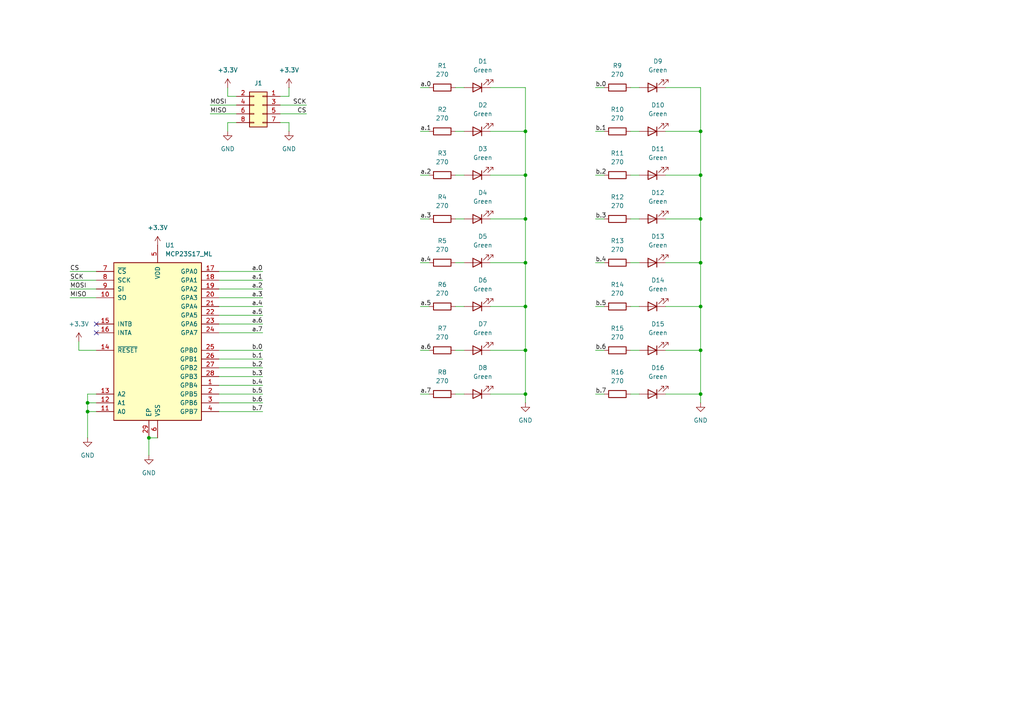
<source format=kicad_sch>
(kicad_sch (version 20231120) (generator "eeschema") (generator_version "8.0")
  (paper "A4")
  (title_block (title "${article} v${version}"))
  (lib_symbols
    (symbol "LED_green_1206_reverse_1" (pin_numbers hide) (pin_names (offset 1.016) hide)
      (property "Reference" "D" (at 0 2.54 0))
      (property "Value" "Green" (at 0 -2.54 0))
      (symbol "LED_green_1206_reverse_1_0_1"
        (polyline (pts (xy -1.27 -1.27) (xy -1.27 1.27)) (stroke (width 0.254)))
        (polyline (pts (xy -1.27 0) (xy 1.27 0)))
        (polyline (pts (xy 1.27 -1.27) (xy 1.27 1.27) (xy -1.27 0) (xy 1.27 -1.27)) (stroke (width 0.254)))
        (polyline (pts (xy -3.048 -0.762) (xy -4.572 -2.286) (xy -3.81 -2.286) (xy -4.572 -2.286) (xy -4.572 -1.524)))
        (polyline (pts (xy -1.778 -0.762) (xy -3.302 -2.286) (xy -2.54 -2.286) (xy -3.302 -2.286) (xy -3.302 -1.524)))
      )
      (symbol "LED_green_1206_reverse_1_1_1"
        (pin passive line (at -3.81 0 0) (length 2.54) (name "K") (number "1"))
        (pin passive line (at 3.81 0 180) (length 2.54) (name "A") (number "2"))
      )
    )
    (symbol "LED_green_1206_reverse_2" (pin_numbers hide) (pin_names (offset 1.016) hide)
      (property "Reference" "D" (at 0 2.54 0))
      (property "Value" "Green" (at 0 -2.54 0))
      (symbol "LED_green_1206_reverse_2_0_1"
        (polyline (pts (xy -1.27 -1.27) (xy -1.27 1.27)) (stroke (width 0.254)))
        (polyline (pts (xy -1.27 0) (xy 1.27 0)))
        (polyline (pts (xy 1.27 -1.27) (xy 1.27 1.27) (xy -1.27 0) (xy 1.27 -1.27)) (stroke (width 0.254)))
        (polyline (pts (xy -3.048 -0.762) (xy -4.572 -2.286) (xy -3.81 -2.286) (xy -4.572 -2.286) (xy -4.572 -1.524)))
        (polyline (pts (xy -1.778 -0.762) (xy -3.302 -2.286) (xy -2.54 -2.286) (xy -3.302 -2.286) (xy -3.302 -1.524)))
      )
      (symbol "LED_green_1206_reverse_2_1_1"
        (pin passive line (at -3.81 0 0) (length 2.54) (name "K") (number "1"))
        (pin passive line (at 3.81 0 180) (length 2.54) (name "A") (number "2"))
      )
    )
    (symbol "LED_green_1206_reverse_3" (pin_numbers hide) (pin_names (offset 1.016) hide)
      (property "Reference" "D" (at 0 2.54 0))
      (property "Value" "Green" (at 0 -2.54 0))
      (symbol "LED_green_1206_reverse_3_0_1"
        (polyline (pts (xy -1.27 -1.27) (xy -1.27 1.27)) (stroke (width 0.254)))
        (polyline (pts (xy -1.27 0) (xy 1.27 0)))
        (polyline (pts (xy 1.27 -1.27) (xy 1.27 1.27) (xy -1.27 0) (xy 1.27 -1.27)) (stroke (width 0.254)))
        (polyline (pts (xy -3.048 -0.762) (xy -4.572 -2.286) (xy -3.81 -2.286) (xy -4.572 -2.286) (xy -4.572 -1.524)))
        (polyline (pts (xy -1.778 -0.762) (xy -3.302 -2.286) (xy -2.54 -2.286) (xy -3.302 -2.286) (xy -3.302 -1.524)))
      )
      (symbol "LED_green_1206_reverse_3_1_1"
        (pin passive line (at -3.81 0 0) (length 2.54) (name "K") (number "1"))
        (pin passive line (at 3.81 0 180) (length 2.54) (name "A") (number "2"))
      )
    )
    (symbol "LED_green_1206_reverse_4" (pin_numbers hide) (pin_names (offset 1.016) hide)
      (property "Reference" "D" (at 0 2.54 0))
      (property "Value" "Green" (at 0 -2.54 0))
      (symbol "LED_green_1206_reverse_4_0_1"
        (polyline (pts (xy -1.27 -1.27) (xy -1.27 1.27)) (stroke (width 0.254)))
        (polyline (pts (xy -1.27 0) (xy 1.27 0)))
        (polyline (pts (xy 1.27 -1.27) (xy 1.27 1.27) (xy -1.27 0) (xy 1.27 -1.27)) (stroke (width 0.254)))
        (polyline (pts (xy -3.048 -0.762) (xy -4.572 -2.286) (xy -3.81 -2.286) (xy -4.572 -2.286) (xy -4.572 -1.524)))
        (polyline (pts (xy -1.778 -0.762) (xy -3.302 -2.286) (xy -2.54 -2.286) (xy -3.302 -2.286) (xy -3.302 -1.524)))
      )
      (symbol "LED_green_1206_reverse_4_1_1"
        (pin passive line (at -3.81 0 0) (length 2.54) (name "K") (number "1"))
        (pin passive line (at 3.81 0 180) (length 2.54) (name "A") (number "2"))
      )
    )
    (symbol "LED_green_1206_reverse_5" (pin_numbers hide) (pin_names (offset 1.016) hide)
      (property "Reference" "D" (at 0 2.54 0))
      (property "Value" "Green" (at 0 -2.54 0))
      (symbol "LED_green_1206_reverse_5_0_1"
        (polyline (pts (xy -1.27 -1.27) (xy -1.27 1.27)) (stroke (width 0.254)))
        (polyline (pts (xy -1.27 0) (xy 1.27 0)))
        (polyline (pts (xy 1.27 -1.27) (xy 1.27 1.27) (xy -1.27 0) (xy 1.27 -1.27)) (stroke (width 0.254)))
        (polyline (pts (xy -3.048 -0.762) (xy -4.572 -2.286) (xy -3.81 -2.286) (xy -4.572 -2.286) (xy -4.572 -1.524)))
        (polyline (pts (xy -1.778 -0.762) (xy -3.302 -2.286) (xy -2.54 -2.286) (xy -3.302 -2.286) (xy -3.302 -1.524)))
      )
      (symbol "LED_green_1206_reverse_5_1_1"
        (pin passive line (at -3.81 0 0) (length 2.54) (name "K") (number "1"))
        (pin passive line (at 3.81 0 180) (length 2.54) (name "A") (number "2"))
      )
    )
    (symbol "LED_green_1206_reverse_6" (pin_numbers hide) (pin_names (offset 1.016) hide)
      (property "Reference" "D" (at 0 2.54 0))
      (property "Value" "Green" (at 0 -2.54 0))
      (symbol "LED_green_1206_reverse_6_0_1"
        (polyline (pts (xy -1.27 -1.27) (xy -1.27 1.27)) (stroke (width 0.254)))
        (polyline (pts (xy -1.27 0) (xy 1.27 0)))
        (polyline (pts (xy 1.27 -1.27) (xy 1.27 1.27) (xy -1.27 0) (xy 1.27 -1.27)) (stroke (width 0.254)))
        (polyline (pts (xy -3.048 -0.762) (xy -4.572 -2.286) (xy -3.81 -2.286) (xy -4.572 -2.286) (xy -4.572 -1.524)))
        (polyline (pts (xy -1.778 -0.762) (xy -3.302 -2.286) (xy -2.54 -2.286) (xy -3.302 -2.286) (xy -3.302 -1.524)))
      )
      (symbol "LED_green_1206_reverse_6_1_1"
        (pin passive line (at -3.81 0 0) (length 2.54) (name "K") (number "1"))
        (pin passive line (at 3.81 0 180) (length 2.54) (name "A") (number "2"))
      )
    )
    (symbol "LED_green_1206_reverse_7" (pin_numbers hide) (pin_names (offset 1.016) hide)
      (property "Reference" "D" (at 0 2.54 0))
      (property "Value" "Green" (at 0 -2.54 0))
      (symbol "LED_green_1206_reverse_7_0_1"
        (polyline (pts (xy -1.27 -1.27) (xy -1.27 1.27)) (stroke (width 0.254)))
        (polyline (pts (xy -1.27 0) (xy 1.27 0)))
        (polyline (pts (xy 1.27 -1.27) (xy 1.27 1.27) (xy -1.27 0) (xy 1.27 -1.27)) (stroke (width 0.254)))
        (polyline (pts (xy -3.048 -0.762) (xy -4.572 -2.286) (xy -3.81 -2.286) (xy -4.572 -2.286) (xy -4.572 -1.524)))
        (polyline (pts (xy -1.778 -0.762) (xy -3.302 -2.286) (xy -2.54 -2.286) (xy -3.302 -2.286) (xy -3.302 -1.524)))
      )
      (symbol "LED_green_1206_reverse_7_1_1"
        (pin passive line (at -3.81 0 0) (length 2.54) (name "K") (number "1"))
        (pin passive line (at 3.81 0 180) (length 2.54) (name "A") (number "2"))
      )
    )
    (symbol "LED_green_1206_reverse_8" (pin_numbers hide) (pin_names (offset 1.016) hide)
      (property "Reference" "D" (at 0 2.54 0))
      (property "Value" "Green" (at 0 -2.54 0))
      (symbol "LED_green_1206_reverse_8_0_1"
        (polyline (pts (xy -1.27 -1.27) (xy -1.27 1.27)) (stroke (width 0.254)))
        (polyline (pts (xy -1.27 0) (xy 1.27 0)))
        (polyline (pts (xy 1.27 -1.27) (xy 1.27 1.27) (xy -1.27 0) (xy 1.27 -1.27)) (stroke (width 0.254)))
        (polyline (pts (xy -3.048 -0.762) (xy -4.572 -2.286) (xy -3.81 -2.286) (xy -4.572 -2.286) (xy -4.572 -1.524)))
        (polyline (pts (xy -1.778 -0.762) (xy -3.302 -2.286) (xy -2.54 -2.286) (xy -3.302 -2.286) (xy -3.302 -1.524)))
      )
      (symbol "LED_green_1206_reverse_8_1_1"
        (pin passive line (at -3.81 0 0) (length 2.54) (name "K") (number "1"))
        (pin passive line (at 3.81 0 180) (length 2.54) (name "A") (number "2"))
      )
    )
    (symbol "kicad_inventree_lib:LED_green_1206_reverse" (pin_numbers hide) (pin_names (offset 1.016) hide)
      (property "Reference" "D" (at 0 2.54 0))
      (property "Value" "Green" (at 0 -2.54 0))
      (symbol "LED_green_1206_reverse_0_1"
        (polyline (pts (xy -1.27 -1.27) (xy -1.27 1.27)) (stroke (width 0.254)))
        (polyline (pts (xy -1.27 0) (xy 1.27 0)))
        (polyline (pts (xy 1.27 -1.27) (xy 1.27 1.27) (xy -1.27 0) (xy 1.27 -1.27)) (stroke (width 0.254)))
        (polyline (pts (xy -3.048 -0.762) (xy -4.572 -2.286) (xy -3.81 -2.286) (xy -4.572 -2.286) (xy -4.572 -1.524)))
        (polyline (pts (xy -1.778 -0.762) (xy -3.302 -2.286) (xy -2.54 -2.286) (xy -3.302 -2.286) (xy -3.302 -1.524)))
      )
      (symbol "LED_green_1206_reverse_1_1"
        (pin passive line (at -3.81 0 0) (length 2.54) (name "K") (number "1"))
        (pin passive line (at 3.81 0 180) (length 2.54) (name "A") (number "2"))
      )
    )
    (symbol "kicad_inventree_lib:MCP23S17_ML" (pin_names (offset 1.016))
      (property "Reference" "U" (at -11.43 24.13 0))
      (property "Value" "MCP23S17_ML" (at 0 0 0))
      (symbol "MCP23S17_ML_0_1"
        (rectangle (start -12.7 22.86) (end 12.7 -22.86) (stroke (width 0.254)) (fill (type background)))
      )
      (symbol "MCP23S17_ML_1_1"
        (pin bidirectional line (at 17.78 -12.7 180) (length 5.08) (name "GPB4") (number "1"))
        (pin output line (at -17.78 12.7 0) (length 5.08) (name "SO") (number "10"))
        (pin input line (at -17.78 -20.32 0) (length 5.08) (name "A0") (number "11"))
        (pin input line (at -17.78 -17.78 0) (length 5.08) (name "A1") (number "12"))
        (pin input line (at -17.78 -15.24 0) (length 5.08) (name "A2") (number "13"))
        (pin input line (at -17.78 -2.54 0) (length 5.08) (name "~{RESET}") (number "14"))
        (pin tri_state line (at -17.78 5.08 0) (length 5.08) (name "INTB") (number "15"))
        (pin tri_state line (at -17.78 2.54 0) (length 5.08) (name "INTA") (number "16"))
        (pin bidirectional line (at 17.78 20.32 180) (length 5.08) (name "GPA0") (number "17"))
        (pin bidirectional line (at 17.78 17.78 180) (length 5.08) (name "GPA1") (number "18"))
        (pin bidirectional line (at 17.78 15.24 180) (length 5.08) (name "GPA2") (number "19"))
        (pin bidirectional line (at 17.78 -15.24 180) (length 5.08) (name "GPB5") (number "2"))
        (pin bidirectional line (at 17.78 12.7 180) (length 5.08) (name "GPA3") (number "20"))
        (pin bidirectional line (at 17.78 10.16 180) (length 5.08) (name "GPA4") (number "21"))
        (pin bidirectional line (at 17.78 7.62 180) (length 5.08) (name "GPA5") (number "22"))
        (pin bidirectional line (at 17.78 5.08 180) (length 5.08) (name "GPA6") (number "23"))
        (pin bidirectional line (at 17.78 2.54 180) (length 5.08) (name "GPA7") (number "24"))
        (pin bidirectional line (at 17.78 -2.54 180) (length 5.08) (name "GPB0") (number "25"))
        (pin bidirectional line (at 17.78 -5.08 180) (length 5.08) (name "GPB1") (number "26"))
        (pin bidirectional line (at 17.78 -7.62 180) (length 5.08) (name "GPB2") (number "27"))
        (pin bidirectional line (at 17.78 -10.16 180) (length 5.08) (name "GPB3") (number "28"))
        (pin passive line (at -2.54 -27.94 90) (length 5.08) (name "EP") (number "29"))
        (pin bidirectional line (at 17.78 -17.78 180) (length 5.08) (name "GPB6") (number "3"))
        (pin bidirectional line (at 17.78 -20.32 180) (length 5.08) (name "GPB7") (number "4"))
        (pin power_in line (at 0 27.94 270) (length 5.08) (name "VDD") (number "5"))
        (pin power_in line (at 0 -27.94 90) (length 5.08) (name "VSS") (number "6"))
        (pin input line (at -17.78 20.32 0) (length 5.08) (name "~{CS}") (number "7"))
        (pin input line (at -17.78 17.78 0) (length 5.08) (name "SCK") (number "8"))
        (pin input line (at -17.78 15.24 0) (length 5.08) (name "SI") (number "9"))
      )
    )
    (symbol "kicad_inventree_lib:PinHeader_02x04_P2.54_THT_angle" (pin_names (offset 1.016) hide)
      (property "Reference" "J" (at 1.27 5.08 0))
      (property "Value" "PinHeader_02x04_P2.54_THT_angle" (at 1.27 -7.62 0))
      (symbol "PinHeader_02x04_P2.54_THT_angle_1_1"
        (rectangle (start -1.27 -4.953) (end 0 -5.207) (stroke (width 0.1524)))
        (rectangle (start -1.27 -2.413) (end 0 -2.667) (stroke (width 0.1524)))
        (rectangle (start -1.27 0.127) (end 0 -0.127) (stroke (width 0.1524)))
        (rectangle (start -1.27 2.667) (end 0 2.413) (stroke (width 0.1524)))
        (rectangle (start -1.27 3.81) (end 3.81 -6.35) (stroke (width 0.254)) (fill (type background)))
        (rectangle (start 3.81 -4.953) (end 2.54 -5.207) (stroke (width 0.1524)))
        (rectangle (start 3.81 -2.413) (end 2.54 -2.667) (stroke (width 0.1524)))
        (rectangle (start 3.81 0.127) (end 2.54 -0.127) (stroke (width 0.1524)))
        (rectangle (start 3.81 2.667) (end 2.54 2.413) (stroke (width 0.1524)))
        (pin passive line (at -5.08 2.54 0) (length 3.81) (name "Pin_1") (number "1"))
        (pin passive line (at 7.62 2.54 180) (length 3.81) (name "Pin_2") (number "2"))
        (pin passive line (at -5.08 0 0) (length 3.81) (name "Pin_3") (number "3"))
        (pin passive line (at 7.62 0 180) (length 3.81) (name "Pin_4") (number "4"))
        (pin passive line (at -5.08 -2.54 0) (length 3.81) (name "Pin_5") (number "5"))
        (pin passive line (at 7.62 -2.54 180) (length 3.81) (name "Pin_6") (number "6"))
        (pin passive line (at -5.08 -5.08 0) (length 3.81) (name "Pin_7") (number "7"))
        (pin passive line (at 7.62 -5.08 180) (length 3.81) (name "Pin_8") (number "8"))
      )
    )
    (symbol "kicad_inventree_lib:R_270_1206_1%" (pin_numbers hide) (pin_names (offset 0))
      (property "Reference" "R" (at 2.032 0 90))
      (property "Value" "270" (at 0 0 90))
      (symbol "R_270_1206_1%_0_1"
        (rectangle (start -1.016 -2.54) (end 1.016 2.54) (stroke (width 0.254)))
      )
      (symbol "R_270_1206_1%_1_1"
        (pin passive line (at 0 3.81 270) (length 1.27) (name "~") (number "1"))
        (pin passive line (at 0 -3.81 90) (length 1.27) (name "~") (number "2"))
      )
    )
    (symbol "power:+3.3V" (power) (pin_numbers hide) (pin_names (offset 0) hide)
      (property "Value" "+3.3V" (at 0 3.556 0))
      (symbol "+3.3V_0_1"
        (polyline (pts (xy -0.762 1.27) (xy 0 2.54)))
        (polyline (pts (xy 0 0) (xy 0 2.54)))
        (polyline (pts (xy 0 2.54) (xy 0.762 1.27)))
      )
      (symbol "+3.3V_1_1"
        (pin power_in line (at 0 0 90) (length 0) (name "~") (number "1"))
      )
    )
    (symbol "power:GND" (power) (pin_numbers hide) (pin_names (offset 0) hide)
      (property "Value" "GND" (at 0 -3.81 0))
      (symbol "GND_0_1"
        (polyline (pts (xy 0 0) (xy 0 -1.27) (xy 1.27 -1.27) (xy 0 -2.54) (xy -1.27 -1.27) (xy 0 -1.27)))
      )
      (symbol "GND_1_1"
        (pin power_in line (at 0 0 270) (length 0) (name "~") (number "1"))
      )
    )
  )
  (junction (at 203.2 88.9))
  (junction (at 203.2 114.3))
  (junction (at 25.4 119.38))
  (junction (at 203.2 38.1))
  (junction (at 152.4 50.8))
  (junction (at 203.2 76.2))
  (junction (at 203.2 101.6))
  (junction (at 152.4 38.1))
  (junction (at 152.4 63.5))
  (junction (at 203.2 50.8))
  (junction (at 43.18 127))
  (junction (at 152.4 101.6))
  (junction (at 152.4 76.2))
  (junction (at 152.4 114.3))
  (junction (at 25.4 116.84))
  (junction (at 203.2 63.5))
  (junction (at 152.4 88.9))
  (no_connect (at 27.94 96.52))
  (no_connect (at 27.94 93.98))
  (wire (pts (xy 25.4 119.38) (xy 27.94 119.38)))
  (wire (pts (xy 25.4 116.84) (xy 25.4 119.38)))
  (wire (pts (xy 63.5 96.52) (xy 76.2 96.52)))
  (wire (pts (xy 43.18 127) (xy 43.18 132.08)))
  (wire (pts (xy 142.24 63.5) (xy 152.4 63.5)))
  (wire (pts (xy 152.4 101.6) (xy 152.4 114.3)))
  (wire (pts (xy 43.18 127) (xy 45.72 127)))
  (wire (pts (xy 203.2 114.3) (xy 203.2 116.84)))
  (wire (pts (xy 152.4 76.2) (xy 152.4 88.9)))
  (wire (pts (xy 20.32 78.74) (xy 27.94 78.74)))
  (wire (pts (xy 172.72 114.3) (xy 175.26 114.3)))
  (wire (pts (xy 63.5 111.76) (xy 76.2 111.76)))
  (wire (pts (xy 121.92 76.2) (xy 124.46 76.2)))
  (wire (pts (xy 172.72 88.9) (xy 175.26 88.9)))
  (wire (pts (xy 203.2 63.5) (xy 203.2 76.2)))
  (wire (pts (xy 132.08 25.4) (xy 134.62 25.4)))
  (wire (pts (xy 63.5 91.44) (xy 76.2 91.44)))
  (wire (pts (xy 63.5 114.3) (xy 76.2 114.3)))
  (wire (pts (xy 68.58 30.48) (xy 60.96 30.48)))
  (wire (pts (xy 121.92 50.8) (xy 124.46 50.8)))
  (wire (pts (xy 193.04 76.2) (xy 203.2 76.2)))
  (wire (pts (xy 132.08 63.5) (xy 134.62 63.5)))
  (wire (pts (xy 203.2 76.2) (xy 203.2 88.9)))
  (wire (pts (xy 142.24 101.6) (xy 152.4 101.6)))
  (wire (pts (xy 172.72 63.5) (xy 175.26 63.5)))
  (wire (pts (xy 63.5 109.22) (xy 76.2 109.22)))
  (wire (pts (xy 203.2 25.4) (xy 203.2 38.1)))
  (wire (pts (xy 63.5 78.74) (xy 76.2 78.74)))
  (wire (pts (xy 121.92 38.1) (xy 124.46 38.1)))
  (wire (pts (xy 172.72 50.8) (xy 175.26 50.8)))
  (wire (pts (xy 68.58 27.94) (xy 66.04 27.94)))
  (wire (pts (xy 172.72 101.6) (xy 175.26 101.6)))
  (wire (pts (xy 121.92 101.6) (xy 124.46 101.6)))
  (wire (pts (xy 182.88 88.9) (xy 185.42 88.9)))
  (wire (pts (xy 172.72 38.1) (xy 175.26 38.1)))
  (wire (pts (xy 203.2 38.1) (xy 203.2 50.8)))
  (wire (pts (xy 132.08 101.6) (xy 134.62 101.6)))
  (wire (pts (xy 20.32 86.36) (xy 27.94 86.36)))
  (wire (pts (xy 25.4 114.3) (xy 25.4 116.84)))
  (wire (pts (xy 193.04 114.3) (xy 203.2 114.3)))
  (wire (pts (xy 132.08 38.1) (xy 134.62 38.1)))
  (wire (pts (xy 142.24 114.3) (xy 152.4 114.3)))
  (wire (pts (xy 63.5 119.38) (xy 76.2 119.38)))
  (wire (pts (xy 172.72 76.2) (xy 175.26 76.2)))
  (wire (pts (xy 152.4 114.3) (xy 152.4 116.84)))
  (wire (pts (xy 121.92 63.5) (xy 124.46 63.5)))
  (wire (pts (xy 83.82 27.94) (xy 81.28 27.94)))
  (wire (pts (xy 142.24 76.2) (xy 152.4 76.2)))
  (wire (pts (xy 152.4 88.9) (xy 152.4 101.6)))
  (wire (pts (xy 60.96 33.02) (xy 68.58 33.02)))
  (wire (pts (xy 66.04 35.56) (xy 66.04 38.1)))
  (wire (pts (xy 152.4 25.4) (xy 152.4 38.1)))
  (wire (pts (xy 81.28 33.02) (xy 88.9 33.02)))
  (wire (pts (xy 121.92 25.4) (xy 124.46 25.4)))
  (wire (pts (xy 83.82 25.4) (xy 83.82 27.94)))
  (wire (pts (xy 20.32 83.82) (xy 27.94 83.82)))
  (wire (pts (xy 142.24 50.8) (xy 152.4 50.8)))
  (wire (pts (xy 193.04 38.1) (xy 203.2 38.1)))
  (wire (pts (xy 22.86 99.06) (xy 22.86 101.6)))
  (wire (pts (xy 152.4 38.1) (xy 152.4 50.8)))
  (wire (pts (xy 182.88 114.3) (xy 185.42 114.3)))
  (wire (pts (xy 182.88 76.2) (xy 185.42 76.2)))
  (wire (pts (xy 132.08 76.2) (xy 134.62 76.2)))
  (wire (pts (xy 22.86 101.6) (xy 27.94 101.6)))
  (wire (pts (xy 193.04 63.5) (xy 203.2 63.5)))
  (wire (pts (xy 182.88 63.5) (xy 185.42 63.5)))
  (wire (pts (xy 182.88 50.8) (xy 185.42 50.8)))
  (wire (pts (xy 132.08 50.8) (xy 134.62 50.8)))
  (wire (pts (xy 132.08 114.3) (xy 134.62 114.3)))
  (wire (pts (xy 63.5 86.36) (xy 76.2 86.36)))
  (wire (pts (xy 152.4 63.5) (xy 152.4 76.2)))
  (wire (pts (xy 152.4 50.8) (xy 152.4 63.5)))
  (wire (pts (xy 193.04 25.4) (xy 203.2 25.4)))
  (wire (pts (xy 121.92 88.9) (xy 124.46 88.9)))
  (wire (pts (xy 172.72 25.4) (xy 175.26 25.4)))
  (wire (pts (xy 63.5 116.84) (xy 76.2 116.84)))
  (wire (pts (xy 63.5 101.6) (xy 76.2 101.6)))
  (wire (pts (xy 193.04 101.6) (xy 203.2 101.6)))
  (wire (pts (xy 182.88 38.1) (xy 185.42 38.1)))
  (wire (pts (xy 25.4 127) (xy 25.4 119.38)))
  (wire (pts (xy 20.32 81.28) (xy 27.94 81.28)))
  (wire (pts (xy 142.24 25.4) (xy 152.4 25.4)))
  (wire (pts (xy 83.82 35.56) (xy 81.28 35.56)))
  (wire (pts (xy 83.82 38.1) (xy 83.82 35.56)))
  (wire (pts (xy 203.2 88.9) (xy 203.2 101.6)))
  (wire (pts (xy 203.2 101.6) (xy 203.2 114.3)))
  (wire (pts (xy 63.5 83.82) (xy 76.2 83.82)))
  (wire (pts (xy 63.5 106.68) (xy 76.2 106.68)))
  (wire (pts (xy 81.28 30.48) (xy 88.9 30.48)))
  (wire (pts (xy 132.08 88.9) (xy 134.62 88.9)))
  (wire (pts (xy 68.58 35.56) (xy 66.04 35.56)))
  (wire (pts (xy 182.88 101.6) (xy 185.42 101.6)))
  (wire (pts (xy 63.5 93.98) (xy 76.2 93.98)))
  (wire (pts (xy 63.5 81.28) (xy 76.2 81.28)))
  (wire (pts (xy 142.24 88.9) (xy 152.4 88.9)))
  (wire (pts (xy 66.04 27.94) (xy 66.04 25.4)))
  (wire (pts (xy 182.88 25.4) (xy 185.42 25.4)))
  (wire (pts (xy 121.92 114.3) (xy 124.46 114.3)))
  (wire (pts (xy 63.5 104.14) (xy 76.2 104.14)))
  (wire (pts (xy 63.5 88.9) (xy 76.2 88.9)))
  (wire (pts (xy 27.94 114.3) (xy 25.4 114.3)))
  (wire (pts (xy 193.04 88.9) (xy 203.2 88.9)))
  (wire (pts (xy 203.2 50.8) (xy 203.2 63.5)))
  (wire (pts (xy 142.24 38.1) (xy 152.4 38.1)))
  (wire (pts (xy 193.04 50.8) (xy 203.2 50.8)))
  (wire (pts (xy 27.94 116.84) (xy 25.4 116.84)))
  (label "a.4" (at 76.2 88.9 180))
  (label "b.4" (at 76.2 111.76 180))
  (label "MISO" (at 60.96 33.02 0))
  (label "CS" (at 20.32 78.74 0))
  (label "a.7" (at 121.92 114.3 0))
  (label "b.6" (at 76.2 116.84 180))
  (label "a.1" (at 76.2 81.28 180))
  (label "b.5" (at 76.2 114.3 180))
  (label "a.7" (at 76.2 96.52 180))
  (label "a.5" (at 76.2 91.44 180))
  (label "b.0" (at 172.72 25.4 0))
  (label "b.5" (at 172.72 88.9 0))
  (label "b.3" (at 76.2 109.22 180))
  (label "a.0" (at 76.2 78.74 180))
  (label "a.2" (at 121.92 50.8 0))
  (label "b.7" (at 172.72 114.3 0))
  (label "a.4" (at 121.92 76.2 0))
  (label "SCK" (at 20.32 81.28 0))
  (label "a.3" (at 121.92 63.5 0))
  (label "b.7" (at 76.2 119.38 180))
  (label "CS" (at 88.9 33.02 180))
  (label "MISO" (at 20.32 86.36 0))
  (label "b.1" (at 76.2 104.14 180))
  (label "b.6" (at 172.72 101.6 0))
  (label "b.1" (at 172.72 38.1 0))
  (label "a.5" (at 121.92 88.9 0))
  (label "a.6" (at 76.2 93.98 180))
  (label "a.6" (at 121.92 101.6 0))
  (label "b.3" (at 172.72 63.5 0))
  (label "a.3" (at 76.2 86.36 180))
  (label "b.2" (at 172.72 50.8 0))
  (label "a.0" (at 121.92 25.4 0))
  (label "b.4" (at 172.72 76.2 0))
  (label "b.2" (at 76.2 106.68 180))
  (label "MOSI" (at 20.32 83.82 0))
  (label "a.1" (at 121.92 38.1 0))
  (label "a.2" (at 76.2 83.82 180))
  (label "MOSI" (at 60.96 30.48 0))
  (label "b.0" (at 76.2 101.6 180))
  (label "SCK" (at 88.9 30.48 180))
  (symbol (lib_name "LED_green_1206_reverse_1") (lib_id "kicad_inventree_lib:LED_green_1206_reverse") (at 189.23 101.6 180) (unit 1)
    (property "Reference" "D15" (at 190.8175 93.98 0))
    (property "Value" "Green" (at 190.8175 96.52 0))
    (property "Footprint" "kicad_inventree_lib:LED_1206_3216Metric_ReverseMount_Hole1.8x2.4mm" (effects (hide yes)))
    (property "Datasheet" "http://inventree.network/part/129/" (effects (hide yes)))
    (property "Description" "Light emitting diode" (effects (hide yes)))
    (property "part_ipn" "LED_green_1206_reverse" (effects (hide yes)))
  )
  (symbol (lib_id "kicad_inventree_lib:R_270_1206_1%") (at 179.07 76.2 90) (unit 1)
    (property "Reference" "R13" (at 179.07 69.85 90))
    (property "Value" "270" (at 179.07 72.39 90))
    (property "Footprint" "Resistor_SMD:R_1206_3216Metric_Pad1.30x1.75mm_HandSolder" (effects (hide yes)))
    (property "Datasheet" "https://www.hqonline.com/product-detail/chip-resistors-fojan-frc2512f1101ts-2500371841" (effects (hide yes)))
    (property "Description" "Resistor" (effects (hide yes)))
    (property "NextPCB_price" "0.00289" (effects (hide yes)))
    (property "NextPCB_url" "https://www.hqonline.com/product-detail/chip-resistors-ralec-rtt062700ftp-2500346938" (effects (hide yes)))
    (property "part_ipn" "R_270_1206_1%" (effects (hide yes)))
  )
  (symbol (lib_id "power:GND") (at 203.2 116.84 0) (unit 1)
    (property "Reference" "#PWR04" (effects (hide yes)))
    (property "Value" "GND" (at 203.2 121.92 0))
    (property "Description" "Power symbol creates a global label with name \"GND\" , ground" (effects (hide yes)))
  )
  (symbol (lib_id "kicad_inventree_lib:R_270_1206_1%") (at 128.27 101.6 90) (unit 1)
    (property "Reference" "R7" (at 128.27 95.25 90))
    (property "Value" "270" (at 128.27 97.79 90))
    (property "Footprint" "Resistor_SMD:R_1206_3216Metric_Pad1.30x1.75mm_HandSolder" (effects (hide yes)))
    (property "Datasheet" "https://www.hqonline.com/product-detail/chip-resistors-fojan-frc2512f1101ts-2500371841" (effects (hide yes)))
    (property "Description" "Resistor" (effects (hide yes)))
    (property "NextPCB_price" "0.00289" (effects (hide yes)))
    (property "NextPCB_url" "https://www.hqonline.com/product-detail/chip-resistors-ralec-rtt062700ftp-2500346938" (effects (hide yes)))
    (property "part_ipn" "R_270_1206_1%" (effects (hide yes)))
  )
  (symbol (lib_id "kicad_inventree_lib:LED_green_1206_reverse") (at 138.43 114.3 180) (unit 1)
    (property "Reference" "D8" (at 140.0175 106.68 0))
    (property "Value" "Green" (at 140.0175 109.22 0))
    (property "Footprint" "kicad_inventree_lib:LED_1206_3216Metric_ReverseMount_Hole1.8x2.4mm" (effects (hide yes)))
    (property "Datasheet" "http://inventree.network/part/129/" (effects (hide yes)))
    (property "Description" "Light emitting diode" (effects (hide yes)))
    (property "part_ipn" "LED_green_1206_reverse" (effects (hide yes)))
  )
  (symbol (lib_id "power:GND") (at 43.18 132.08 0) (unit 1)
    (property "Reference" "#PWR06" (effects (hide yes)))
    (property "Value" "GND" (at 43.18 137.16 0))
    (property "Description" "Power symbol creates a global label with name \"GND\" , ground" (effects (hide yes)))
  )
  (symbol (lib_id "kicad_inventree_lib:R_270_1206_1%") (at 128.27 38.1 90) (unit 1)
    (property "Reference" "R2" (at 128.27 31.75 90))
    (property "Value" "270" (at 128.27 34.29 90))
    (property "Footprint" "Resistor_SMD:R_1206_3216Metric_Pad1.30x1.75mm_HandSolder" (effects (hide yes)))
    (property "Datasheet" "https://www.hqonline.com/product-detail/chip-resistors-fojan-frc2512f1101ts-2500371841" (effects (hide yes)))
    (property "Description" "Resistor" (effects (hide yes)))
    (property "NextPCB_price" "0.00289" (effects (hide yes)))
    (property "NextPCB_url" "https://www.hqonline.com/product-detail/chip-resistors-ralec-rtt062700ftp-2500346938" (effects (hide yes)))
    (property "part_ipn" "R_270_1206_1%" (effects (hide yes)))
  )
  (symbol (lib_id "kicad_inventree_lib:R_270_1206_1%") (at 128.27 50.8 90) (unit 1)
    (property "Reference" "R3" (at 128.27 44.45 90))
    (property "Value" "270" (at 128.27 46.99 90))
    (property "Footprint" "Resistor_SMD:R_1206_3216Metric_Pad1.30x1.75mm_HandSolder" (effects (hide yes)))
    (property "Datasheet" "https://www.hqonline.com/product-detail/chip-resistors-fojan-frc2512f1101ts-2500371841" (effects (hide yes)))
    (property "Description" "Resistor" (effects (hide yes)))
    (property "NextPCB_price" "0.00289" (effects (hide yes)))
    (property "NextPCB_url" "https://www.hqonline.com/product-detail/chip-resistors-ralec-rtt062700ftp-2500346938" (effects (hide yes)))
    (property "part_ipn" "R_270_1206_1%" (effects (hide yes)))
  )
  (symbol (lib_id "power:GND") (at 25.4 127 0) (unit 1)
    (property "Reference" "#PWR07" (effects (hide yes)))
    (property "Value" "GND" (at 25.4 132.08 0))
    (property "Description" "Power symbol creates a global label with name \"GND\" , ground" (effects (hide yes)))
  )
  (symbol (lib_id "kicad_inventree_lib:R_270_1206_1%") (at 128.27 76.2 90) (unit 1)
    (property "Reference" "R5" (at 128.27 69.85 90))
    (property "Value" "270" (at 128.27 72.39 90))
    (property "Footprint" "Resistor_SMD:R_1206_3216Metric_Pad1.30x1.75mm_HandSolder" (effects (hide yes)))
    (property "Datasheet" "https://www.hqonline.com/product-detail/chip-resistors-fojan-frc2512f1101ts-2500371841" (effects (hide yes)))
    (property "Description" "Resistor" (effects (hide yes)))
    (property "NextPCB_price" "0.00289" (effects (hide yes)))
    (property "NextPCB_url" "https://www.hqonline.com/product-detail/chip-resistors-ralec-rtt062700ftp-2500346938" (effects (hide yes)))
    (property "part_ipn" "R_270_1206_1%" (effects (hide yes)))
  )
  (symbol (lib_id "kicad_inventree_lib:R_270_1206_1%") (at 179.07 114.3 90) (unit 1)
    (property "Reference" "R16" (at 179.07 107.95 90))
    (property "Value" "270" (at 179.07 110.49 90))
    (property "Footprint" "Resistor_SMD:R_1206_3216Metric_Pad1.30x1.75mm_HandSolder" (effects (hide yes)))
    (property "Datasheet" "https://www.hqonline.com/product-detail/chip-resistors-fojan-frc2512f1101ts-2500371841" (effects (hide yes)))
    (property "Description" "Resistor" (effects (hide yes)))
    (property "NextPCB_price" "0.00289" (effects (hide yes)))
    (property "NextPCB_url" "https://www.hqonline.com/product-detail/chip-resistors-ralec-rtt062700ftp-2500346938" (effects (hide yes)))
    (property "part_ipn" "R_270_1206_1%" (effects (hide yes)))
  )
  (symbol (lib_id "power:GND") (at 66.04 38.1 0) (unit 1)
    (property "Reference" "#PWR02" (effects (hide yes)))
    (property "Value" "GND" (at 66.04 43.18 0))
    (property "Description" "Power symbol creates a global label with name \"GND\" , ground" (effects (hide yes)))
  )
  (symbol (lib_id "kicad_inventree_lib:R_270_1206_1%") (at 179.07 25.4 90) (unit 1)
    (property "Reference" "R9" (at 179.07 19.05 90))
    (property "Value" "270" (at 179.07 21.59 90))
    (property "Footprint" "Resistor_SMD:R_1206_3216Metric_Pad1.30x1.75mm_HandSolder" (effects (hide yes)))
    (property "Datasheet" "https://www.hqonline.com/product-detail/chip-resistors-fojan-frc2512f1101ts-2500371841" (effects (hide yes)))
    (property "Description" "Resistor" (effects (hide yes)))
    (property "NextPCB_price" "0.00289" (effects (hide yes)))
    (property "NextPCB_url" "https://www.hqonline.com/product-detail/chip-resistors-ralec-rtt062700ftp-2500346938" (effects (hide yes)))
    (property "part_ipn" "R_270_1206_1%" (effects (hide yes)))
  )
  (symbol (lib_id "power:GND") (at 83.82 38.1 0) (unit 1)
    (property "Reference" "#PWR05" (effects (hide yes)))
    (property "Value" "GND" (at 83.82 43.18 0))
    (property "Description" "Power symbol creates a global label with name \"GND\" , ground" (effects (hide yes)))
  )
  (symbol (lib_id "kicad_inventree_lib:R_270_1206_1%") (at 128.27 63.5 90) (unit 1)
    (property "Reference" "R4" (at 128.27 57.15 90))
    (property "Value" "270" (at 128.27 59.69 90))
    (property "Footprint" "Resistor_SMD:R_1206_3216Metric_Pad1.30x1.75mm_HandSolder" (effects (hide yes)))
    (property "Datasheet" "https://www.hqonline.com/product-detail/chip-resistors-fojan-frc2512f1101ts-2500371841" (effects (hide yes)))
    (property "Description" "Resistor" (effects (hide yes)))
    (property "NextPCB_price" "0.00289" (effects (hide yes)))
    (property "NextPCB_url" "https://www.hqonline.com/product-detail/chip-resistors-ralec-rtt062700ftp-2500346938" (effects (hide yes)))
    (property "part_ipn" "R_270_1206_1%" (effects (hide yes)))
  )
  (symbol (lib_id "kicad_inventree_lib:LED_green_1206_reverse") (at 138.43 88.9 180) (unit 1)
    (property "Reference" "D6" (at 140.0175 81.28 0))
    (property "Value" "Green" (at 140.0175 83.82 0))
    (property "Footprint" "kicad_inventree_lib:LED_1206_3216Metric_ReverseMount_Hole1.8x2.4mm" (effects (hide yes)))
    (property "Datasheet" "http://inventree.network/part/129/" (effects (hide yes)))
    (property "Description" "Light emitting diode" (effects (hide yes)))
    (property "part_ipn" "LED_green_1206_reverse" (effects (hide yes)))
  )
  (symbol (lib_id "kicad_inventree_lib:LED_green_1206_reverse") (at 138.43 50.8 180) (unit 1)
    (property "Reference" "D3" (at 140.0175 43.18 0))
    (property "Value" "Green" (at 140.0175 45.72 0))
    (property "Footprint" "kicad_inventree_lib:LED_1206_3216Metric_ReverseMount_Hole1.8x2.4mm" (effects (hide yes)))
    (property "Datasheet" "http://inventree.network/part/129/" (effects (hide yes)))
    (property "Description" "Light emitting diode" (effects (hide yes)))
    (property "part_ipn" "LED_green_1206_reverse" (effects (hide yes)))
  )
  (symbol (lib_id "power:+3.3V") (at 83.82 25.4 0) (unit 1)
    (property "Reference" "#PWR09" (effects (hide yes)))
    (property "Value" "+3.3V" (at 83.82 20.32 0))
    (property "Description" "Power symbol creates a global label with name \"+3.3V\"" (effects (hide yes)))
  )
  (symbol (lib_name "LED_green_1206_reverse_5") (lib_id "kicad_inventree_lib:LED_green_1206_reverse") (at 189.23 76.2 180) (unit 1)
    (property "Reference" "D13" (at 190.8175 68.58 0))
    (property "Value" "Green" (at 190.8175 71.12 0))
    (property "Footprint" "kicad_inventree_lib:LED_1206_3216Metric_ReverseMount_Hole1.8x2.4mm" (effects (hide yes)))
    (property "Datasheet" "http://inventree.network/part/129/" (effects (hide yes)))
    (property "Description" "Light emitting diode" (effects (hide yes)))
    (property "part_ipn" "LED_green_1206_reverse" (effects (hide yes)))
  )
  (symbol (lib_id "power:+3.3V") (at 66.04 25.4 0) (unit 1)
    (property "Reference" "#PWR01" (effects (hide yes)))
    (property "Value" "+3.3V" (at 66.04 20.32 0))
    (property "Description" "Power symbol creates a global label with name \"+3.3V\"" (effects (hide yes)))
  )
  (symbol (lib_name "LED_green_1206_reverse_2") (lib_id "kicad_inventree_lib:LED_green_1206_reverse") (at 189.23 38.1 180) (unit 1)
    (property "Reference" "D10" (at 190.8175 30.48 0))
    (property "Value" "Green" (at 190.8175 33.02 0))
    (property "Footprint" "kicad_inventree_lib:LED_1206_3216Metric_ReverseMount_Hole1.8x2.4mm" (effects (hide yes)))
    (property "Datasheet" "http://inventree.network/part/129/" (effects (hide yes)))
    (property "Description" "Light emitting diode" (effects (hide yes)))
    (property "part_ipn" "LED_green_1206_reverse" (effects (hide yes)))
  )
  (symbol (lib_name "LED_green_1206_reverse_7") (lib_id "kicad_inventree_lib:LED_green_1206_reverse") (at 189.23 50.8 180) (unit 1)
    (property "Reference" "D11" (at 190.8175 43.18 0))
    (property "Value" "Green" (at 190.8175 45.72 0))
    (property "Footprint" "kicad_inventree_lib:LED_1206_3216Metric_ReverseMount_Hole1.8x2.4mm" (effects (hide yes)))
    (property "Datasheet" "http://inventree.network/part/129/" (effects (hide yes)))
    (property "Description" "Light emitting diode" (effects (hide yes)))
    (property "part_ipn" "LED_green_1206_reverse" (effects (hide yes)))
  )
  (symbol (lib_id "kicad_inventree_lib:LED_green_1206_reverse") (at 138.43 63.5 180) (unit 1)
    (property "Reference" "D4" (at 140.0175 55.88 0))
    (property "Value" "Green" (at 140.0175 58.42 0))
    (property "Footprint" "kicad_inventree_lib:LED_1206_3216Metric_ReverseMount_Hole1.8x2.4mm" (effects (hide yes)))
    (property "Datasheet" "http://inventree.network/part/129/" (effects (hide yes)))
    (property "Description" "Light emitting diode" (effects (hide yes)))
    (property "part_ipn" "LED_green_1206_reverse" (effects (hide yes)))
  )
  (symbol (lib_id "kicad_inventree_lib:R_270_1206_1%") (at 179.07 38.1 90) (unit 1)
    (property "Reference" "R10" (at 179.07 31.75 90))
    (property "Value" "270" (at 179.07 34.29 90))
    (property "Footprint" "Resistor_SMD:R_1206_3216Metric_Pad1.30x1.75mm_HandSolder" (effects (hide yes)))
    (property "Datasheet" "https://www.hqonline.com/product-detail/chip-resistors-fojan-frc2512f1101ts-2500371841" (effects (hide yes)))
    (property "Description" "Resistor" (effects (hide yes)))
    (property "NextPCB_price" "0.00289" (effects (hide yes)))
    (property "NextPCB_url" "https://www.hqonline.com/product-detail/chip-resistors-ralec-rtt062700ftp-2500346938" (effects (hide yes)))
    (property "part_ipn" "R_270_1206_1%" (effects (hide yes)))
  )
  (symbol (lib_name "LED_green_1206_reverse_3") (lib_id "kicad_inventree_lib:LED_green_1206_reverse") (at 189.23 25.4 180) (unit 1)
    (property "Reference" "D9" (at 190.8175 17.78 0))
    (property "Value" "Green" (at 190.8175 20.32 0))
    (property "Footprint" "kicad_inventree_lib:LED_1206_3216Metric_ReverseMount_Hole1.8x2.4mm" (effects (hide yes)))
    (property "Datasheet" "http://inventree.network/part/129/" (effects (hide yes)))
    (property "Description" "Light emitting diode" (effects (hide yes)))
    (property "part_ipn" "LED_green_1206_reverse" (effects (hide yes)))
  )
  (symbol (lib_id "kicad_inventree_lib:R_270_1206_1%") (at 128.27 114.3 90) (unit 1)
    (property "Reference" "R8" (at 128.27 107.95 90))
    (property "Value" "270" (at 128.27 110.49 90))
    (property "Footprint" "Resistor_SMD:R_1206_3216Metric_Pad1.30x1.75mm_HandSolder" (effects (hide yes)))
    (property "Datasheet" "https://www.hqonline.com/product-detail/chip-resistors-fojan-frc2512f1101ts-2500371841" (effects (hide yes)))
    (property "Description" "Resistor" (effects (hide yes)))
    (property "NextPCB_price" "0.00289" (effects (hide yes)))
    (property "NextPCB_url" "https://www.hqonline.com/product-detail/chip-resistors-ralec-rtt062700ftp-2500346938" (effects (hide yes)))
    (property "part_ipn" "R_270_1206_1%" (effects (hide yes)))
  )
  (symbol (lib_id "kicad_inventree_lib:PinHeader_02x04_P2.54_THT_angle") (at 76.2 30.48 0) (mirror y) (unit 1)
    (property "Reference" "J1" (at 74.93 24.13 0))
    (property "Value" "PinHeader_02x04_P2.54_THT_angle" (effects (hide yes)))
    (property "Footprint" "Connector_PinHeader_2.54mm:PinHeader_2x04_P2.54mm_Horizontal" (effects (hide yes)))
    (property "Datasheet" "http://inventree.network/part/128/" (effects (hide yes)))
    (property "Description" "Generic connector, double row, 02x04, odd/even pin numbering scheme (row 1 odd numbers, row 2 even numbers), script generated (kicad-library-utils/schlib/autogen/connector/)" (effects (hide yes)))
    (property "part_ipn" "PinHeader_02x04_P2.54_THT_angle" (effects (hide yes)))
  )
  (symbol (lib_id "kicad_inventree_lib:R_270_1206_1%") (at 179.07 63.5 90) (unit 1)
    (property "Reference" "R12" (at 179.07 57.15 90))
    (property "Value" "270" (at 179.07 59.69 90))
    (property "Footprint" "Resistor_SMD:R_1206_3216Metric_Pad1.30x1.75mm_HandSolder" (effects (hide yes)))
    (property "Datasheet" "https://www.hqonline.com/product-detail/chip-resistors-fojan-frc2512f1101ts-2500371841" (effects (hide yes)))
    (property "Description" "Resistor" (effects (hide yes)))
    (property "NextPCB_price" "0.00289" (effects (hide yes)))
    (property "NextPCB_url" "https://www.hqonline.com/product-detail/chip-resistors-ralec-rtt062700ftp-2500346938" (effects (hide yes)))
    (property "part_ipn" "R_270_1206_1%" (effects (hide yes)))
  )
  (symbol (lib_name "LED_green_1206_reverse_6") (lib_id "kicad_inventree_lib:LED_green_1206_reverse") (at 189.23 88.9 180) (unit 1)
    (property "Reference" "D14" (at 190.8175 81.28 0))
    (property "Value" "Green" (at 190.8175 83.82 0))
    (property "Footprint" "kicad_inventree_lib:LED_1206_3216Metric_ReverseMount_Hole1.8x2.4mm" (effects (hide yes)))
    (property "Datasheet" "http://inventree.network/part/129/" (effects (hide yes)))
    (property "Description" "Light emitting diode" (effects (hide yes)))
    (property "part_ipn" "LED_green_1206_reverse" (effects (hide yes)))
  )
  (symbol (lib_name "LED_green_1206_reverse_4") (lib_id "kicad_inventree_lib:LED_green_1206_reverse") (at 189.23 63.5 180) (unit 1)
    (property "Reference" "D12" (at 190.8175 55.88 0))
    (property "Value" "Green" (at 190.8175 58.42 0))
    (property "Footprint" "kicad_inventree_lib:LED_1206_3216Metric_ReverseMount_Hole1.8x2.4mm" (effects (hide yes)))
    (property "Datasheet" "http://inventree.network/part/129/" (effects (hide yes)))
    (property "Description" "Light emitting diode" (effects (hide yes)))
    (property "part_ipn" "LED_green_1206_reverse" (effects (hide yes)))
  )
  (symbol (lib_id "kicad_inventree_lib:LED_green_1206_reverse") (at 138.43 38.1 180) (unit 1)
    (property "Reference" "D2" (at 140.0175 30.48 0))
    (property "Value" "Green" (at 140.0175 33.02 0))
    (property "Footprint" "kicad_inventree_lib:LED_1206_3216Metric_ReverseMount_Hole1.8x2.4mm" (effects (hide yes)))
    (property "Datasheet" "http://inventree.network/part/129/" (effects (hide yes)))
    (property "Description" "Light emitting diode" (effects (hide yes)))
    (property "part_ipn" "LED_green_1206_reverse" (effects (hide yes)))
  )
  (symbol (lib_id "kicad_inventree_lib:R_270_1206_1%") (at 128.27 25.4 90) (unit 1)
    (property "Reference" "R1" (at 128.27 19.05 90))
    (property "Value" "270" (at 128.27 21.59 90))
    (property "Footprint" "Resistor_SMD:R_1206_3216Metric_Pad1.30x1.75mm_HandSolder" (effects (hide yes)))
    (property "Datasheet" "https://www.hqonline.com/product-detail/chip-resistors-fojan-frc2512f1101ts-2500371841" (effects (hide yes)))
    (property "Description" "Resistor" (effects (hide yes)))
    (property "NextPCB_price" "0.00289" (effects (hide yes)))
    (property "NextPCB_url" "https://www.hqonline.com/product-detail/chip-resistors-ralec-rtt062700ftp-2500346938" (effects (hide yes)))
    (property "part_ipn" "R_270_1206_1%" (effects (hide yes)))
  )
  (symbol (lib_id "kicad_inventree_lib:R_270_1206_1%") (at 179.07 50.8 90) (unit 1)
    (property "Reference" "R11" (at 179.07 44.45 90))
    (property "Value" "270" (at 179.07 46.99 90))
    (property "Footprint" "Resistor_SMD:R_1206_3216Metric_Pad1.30x1.75mm_HandSolder" (effects (hide yes)))
    (property "Datasheet" "https://www.hqonline.com/product-detail/chip-resistors-fojan-frc2512f1101ts-2500371841" (effects (hide yes)))
    (property "Description" "Resistor" (effects (hide yes)))
    (property "NextPCB_price" "0.00289" (effects (hide yes)))
    (property "NextPCB_url" "https://www.hqonline.com/product-detail/chip-resistors-ralec-rtt062700ftp-2500346938" (effects (hide yes)))
    (property "part_ipn" "R_270_1206_1%" (effects (hide yes)))
  )
  (symbol (lib_id "kicad_inventree_lib:R_270_1206_1%") (at 128.27 88.9 90) (unit 1)
    (property "Reference" "R6" (at 128.27 82.55 90))
    (property "Value" "270" (at 128.27 85.09 90))
    (property "Footprint" "Resistor_SMD:R_1206_3216Metric_Pad1.30x1.75mm_HandSolder" (effects (hide yes)))
    (property "Datasheet" "https://www.hqonline.com/product-detail/chip-resistors-fojan-frc2512f1101ts-2500371841" (effects (hide yes)))
    (property "Description" "Resistor" (effects (hide yes)))
    (property "NextPCB_price" "0.00289" (effects (hide yes)))
    (property "NextPCB_url" "https://www.hqonline.com/product-detail/chip-resistors-ralec-rtt062700ftp-2500346938" (effects (hide yes)))
    (property "part_ipn" "R_270_1206_1%" (effects (hide yes)))
  )
  (symbol (lib_id "kicad_inventree_lib:MCP23S17_ML") (at 45.72 99.06 0) (unit 1)
    (property "Reference" "U1" (at 47.9141 71.12 0) (effects (justify left)))
    (property "Value" "MCP23S17_ML" (at 47.9141 73.66 0) (effects (justify left)))
    (property "Footprint" "Package_DFN_QFN:QFN-28-1EP_6x6mm_P0.65mm_EP4.25x4.25mm" (effects (hide yes)))
    (property "Datasheet" "http://inventree.network/part/106/" (effects (hide yes)))
    (property "Description" "16-bit I/O expander, SPI, interrupts, w pull-ups, QFN-28" (effects (hide yes)))
    (property "part_ipn" "MCP23S17-E/ML" (effects (hide yes)))
  )
  (symbol (lib_id "kicad_inventree_lib:LED_green_1206_reverse") (at 138.43 76.2 180) (unit 1)
    (property "Reference" "D5" (at 140.0175 68.58 0))
    (property "Value" "Green" (at 140.0175 71.12 0))
    (property "Footprint" "kicad_inventree_lib:LED_1206_3216Metric_ReverseMount_Hole1.8x2.4mm" (effects (hide yes)))
    (property "Datasheet" "http://inventree.network/part/129/" (effects (hide yes)))
    (property "Description" "Light emitting diode" (effects (hide yes)))
    (property "part_ipn" "LED_green_1206_reverse" (effects (hide yes)))
  )
  (symbol (lib_id "kicad_inventree_lib:LED_green_1206_reverse") (at 138.43 101.6 180) (unit 1)
    (property "Reference" "D7" (at 140.0175 93.98 0))
    (property "Value" "Green" (at 140.0175 96.52 0))
    (property "Footprint" "kicad_inventree_lib:LED_1206_3216Metric_ReverseMount_Hole1.8x2.4mm" (effects (hide yes)))
    (property "Datasheet" "http://inventree.network/part/129/" (effects (hide yes)))
    (property "Description" "Light emitting diode" (effects (hide yes)))
    (property "part_ipn" "LED_green_1206_reverse" (effects (hide yes)))
  )
  (symbol (lib_id "power:+3.3V") (at 45.72 71.12 0) (unit 1)
    (property "Reference" "#PWR08" (effects (hide yes)))
    (property "Value" "+3.3V" (at 45.72 66.04 0))
    (property "Description" "Power symbol creates a global label with name \"+3.3V\"" (effects (hide yes)))
  )
  (symbol (lib_id "power:+3.3V") (at 22.86 99.06 0) (unit 1)
    (property "Reference" "#PWR010" (effects (hide yes)))
    (property "Value" "+3.3V" (at 22.86 93.98 0))
    (property "Description" "Power symbol creates a global label with name \"+3.3V\"" (effects (hide yes)))
  )
  (symbol (lib_id "power:GND") (at 152.4 116.84 0) (unit 1)
    (property "Reference" "#PWR03" (effects (hide yes)))
    (property "Value" "GND" (at 152.4 121.92 0))
    (property "Description" "Power symbol creates a global label with name \"GND\" , ground" (effects (hide yes)))
  )
  (symbol (lib_id "kicad_inventree_lib:R_270_1206_1%") (at 179.07 88.9 90) (unit 1)
    (property "Reference" "R14" (at 179.07 82.55 90))
    (property "Value" "270" (at 179.07 85.09 90))
    (property "Footprint" "Resistor_SMD:R_1206_3216Metric_Pad1.30x1.75mm_HandSolder" (effects (hide yes)))
    (property "Datasheet" "https://www.hqonline.com/product-detail/chip-resistors-fojan-frc2512f1101ts-2500371841" (effects (hide yes)))
    (property "Description" "Resistor" (effects (hide yes)))
    (property "NextPCB_price" "0.00289" (effects (hide yes)))
    (property "NextPCB_url" "https://www.hqonline.com/product-detail/chip-resistors-ralec-rtt062700ftp-2500346938" (effects (hide yes)))
    (property "part_ipn" "R_270_1206_1%" (effects (hide yes)))
  )
  (symbol (lib_id "kicad_inventree_lib:LED_green_1206_reverse") (at 138.43 25.4 180) (unit 1)
    (property "Reference" "D1" (at 140.0175 17.78 0))
    (property "Value" "Green" (at 140.0175 20.32 0))
    (property "Footprint" "kicad_inventree_lib:LED_1206_3216Metric_ReverseMount_Hole1.8x2.4mm" (effects (hide yes)))
    (property "Datasheet" "http://inventree.network/part/129/" (effects (hide yes)))
    (property "Description" "Light emitting diode" (effects (hide yes)))
    (property "part_ipn" "LED_green_1206_reverse" (effects (hide yes)))
  )
  (symbol (lib_name "LED_green_1206_reverse_8") (lib_id "kicad_inventree_lib:LED_green_1206_reverse") (at 189.23 114.3 180) (unit 1)
    (property "Reference" "D16" (at 190.8175 106.68 0))
    (property "Value" "Green" (at 190.8175 109.22 0))
    (property "Footprint" "kicad_inventree_lib:LED_1206_3216Metric_ReverseMount_Hole1.8x2.4mm" (effects (hide yes)))
    (property "Datasheet" "http://inventree.network/part/129/" (effects (hide yes)))
    (property "Description" "Light emitting diode" (effects (hide yes)))
    (property "part_ipn" "LED_green_1206_reverse" (effects (hide yes)))
  )
  (symbol (lib_id "kicad_inventree_lib:R_270_1206_1%") (at 179.07 101.6 90) (unit 1)
    (property "Reference" "R15" (at 179.07 95.25 90))
    (property "Value" "270" (at 179.07 97.79 90))
    (property "Footprint" "Resistor_SMD:R_1206_3216Metric_Pad1.30x1.75mm_HandSolder" (effects (hide yes)))
    (property "Datasheet" "https://www.hqonline.com/product-detail/chip-resistors-fojan-frc2512f1101ts-2500371841" (effects (hide yes)))
    (property "Description" "Resistor" (effects (hide yes)))
    (property "NextPCB_price" "0.00289" (effects (hide yes)))
    (property "NextPCB_url" "https://www.hqonline.com/product-detail/chip-resistors-ralec-rtt062700ftp-2500346938" (effects (hide yes)))
    (property "part_ipn" "R_270_1206_1%" (effects (hide yes)))
  )
)
</source>
